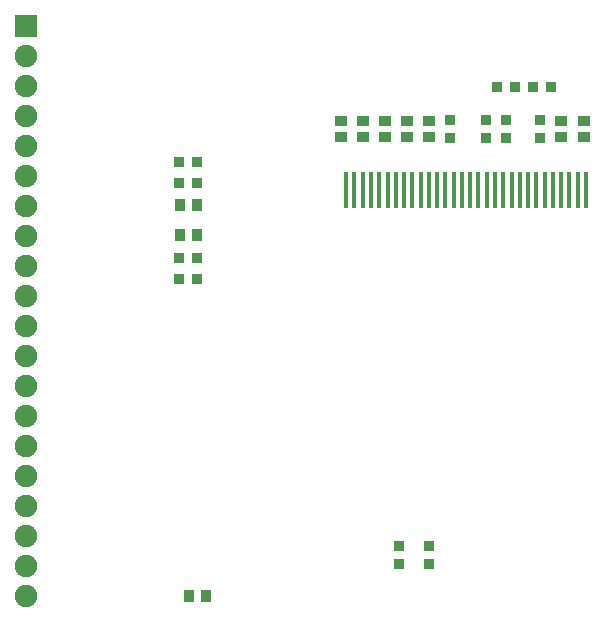
<source format=gbs>
G04*
G04 #@! TF.GenerationSoftware,Altium Limited,Altium Designer,22.11.1 (43)*
G04*
G04 Layer_Color=16711935*
%FSLAX44Y44*%
%MOMM*%
G71*
G04*
G04 #@! TF.SameCoordinates,30CB15ED-5B5F-4030-944F-8374E8F7CEFA*
G04*
G04*
G04 #@! TF.FilePolarity,Negative*
G04*
G01*
G75*
%ADD30R,0.9656X0.9081*%
%ADD31R,1.0016X0.9016*%
%ADD37R,0.9081X0.9656*%
%ADD39R,0.9016X1.0016*%
%ADD44C,1.9016*%
%ADD45R,1.9025X1.9025*%
%ADD66R,0.4521X3.1016*%
D30*
X-265430Y-80896D02*
D03*
Y-95964D02*
D03*
X-240030Y-80896D02*
D03*
Y-95964D02*
D03*
X-191770Y279784D02*
D03*
Y264716D02*
D03*
X-222250Y279784D02*
D03*
Y264716D02*
D03*
X-175260Y279784D02*
D03*
Y264716D02*
D03*
X-146050D02*
D03*
Y279784D02*
D03*
D31*
X-277495Y279250D02*
D03*
Y265250D02*
D03*
X-258762Y279250D02*
D03*
Y265250D02*
D03*
X-240030Y279250D02*
D03*
Y265250D02*
D03*
X-128270Y279250D02*
D03*
Y265250D02*
D03*
X-109220Y279250D02*
D03*
Y265250D02*
D03*
X-314960Y279250D02*
D03*
Y265250D02*
D03*
X-296227Y279250D02*
D03*
Y265250D02*
D03*
D37*
X-452034Y145250D02*
D03*
X-436966D02*
D03*
Y163030D02*
D03*
X-452034D02*
D03*
X-167726Y307810D02*
D03*
X-182794D02*
D03*
X-137246D02*
D03*
X-152314D02*
D03*
X-436966Y226530D02*
D03*
X-452034D02*
D03*
Y244310D02*
D03*
X-436966D02*
D03*
D39*
X-436942Y182080D02*
D03*
X-450942D02*
D03*
X-429260Y-123190D02*
D03*
X-443260D02*
D03*
X-436942Y207480D02*
D03*
X-450942D02*
D03*
D44*
X-581660Y-123190D02*
D03*
Y-97790D02*
D03*
Y-72390D02*
D03*
Y-46990D02*
D03*
Y-21590D02*
D03*
Y3810D02*
D03*
Y29210D02*
D03*
Y54610D02*
D03*
Y80010D02*
D03*
Y105410D02*
D03*
Y130810D02*
D03*
Y156210D02*
D03*
Y181610D02*
D03*
Y207010D02*
D03*
Y232410D02*
D03*
Y257810D02*
D03*
Y283210D02*
D03*
Y308610D02*
D03*
Y334010D02*
D03*
D45*
Y359410D02*
D03*
D66*
X-107239Y220205D02*
D03*
X-114239D02*
D03*
X-121239Y220195D02*
D03*
X-128239Y220180D02*
D03*
X-135240D02*
D03*
X-142240D02*
D03*
X-149240D02*
D03*
X-156241D02*
D03*
X-163241D02*
D03*
X-170238D02*
D03*
X-177239D02*
D03*
X-184239D02*
D03*
X-191239D02*
D03*
X-198239D02*
D03*
X-205240D02*
D03*
X-212240D02*
D03*
X-219240D02*
D03*
X-226240D02*
D03*
X-233241D02*
D03*
X-240241D02*
D03*
X-247239D02*
D03*
X-254239D02*
D03*
X-261239D02*
D03*
X-268239D02*
D03*
X-275240D02*
D03*
X-282240D02*
D03*
X-289240D02*
D03*
X-296240D02*
D03*
X-303240D02*
D03*
X-310241Y220160D02*
D03*
M02*

</source>
